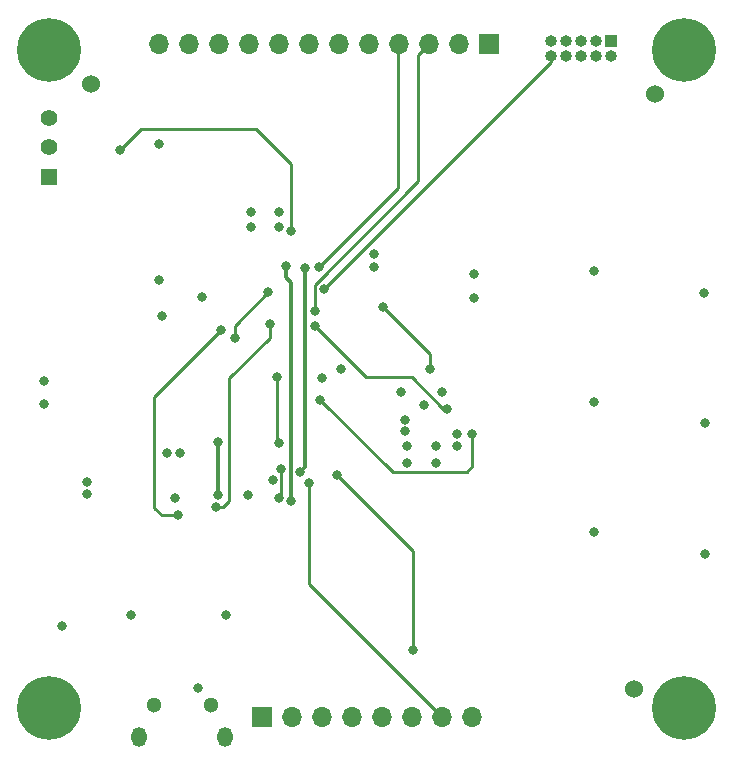
<source format=gbr>
%TF.GenerationSoftware,KiCad,Pcbnew,(5.1.9)-1*%
%TF.CreationDate,2021-05-17T17:29:26-07:00*%
%TF.ProjectId,dev_test_board_v1,6465765f-7465-4737-945f-626f6172645f,rev?*%
%TF.SameCoordinates,Original*%
%TF.FileFunction,Copper,L4,Bot*%
%TF.FilePolarity,Positive*%
%FSLAX46Y46*%
G04 Gerber Fmt 4.6, Leading zero omitted, Abs format (unit mm)*
G04 Created by KiCad (PCBNEW (5.1.9)-1) date 2021-05-17 17:29:26*
%MOMM*%
%LPD*%
G01*
G04 APERTURE LIST*
%TA.AperFunction,ComponentPad*%
%ADD10C,1.300000*%
%TD*%
%TA.AperFunction,ComponentPad*%
%ADD11O,1.300000X1.700000*%
%TD*%
%TA.AperFunction,WasherPad*%
%ADD12C,1.524000*%
%TD*%
%TA.AperFunction,ComponentPad*%
%ADD13R,1.400000X1.400000*%
%TD*%
%TA.AperFunction,ComponentPad*%
%ADD14C,1.400000*%
%TD*%
%TA.AperFunction,ComponentPad*%
%ADD15C,5.400000*%
%TD*%
%TA.AperFunction,ComponentPad*%
%ADD16C,0.800000*%
%TD*%
%TA.AperFunction,ComponentPad*%
%ADD17R,1.000000X1.000000*%
%TD*%
%TA.AperFunction,ComponentPad*%
%ADD18O,1.000000X1.000000*%
%TD*%
%TA.AperFunction,ComponentPad*%
%ADD19R,1.700000X1.700000*%
%TD*%
%TA.AperFunction,ComponentPad*%
%ADD20O,1.700000X1.700000*%
%TD*%
%TA.AperFunction,ViaPad*%
%ADD21C,0.800000*%
%TD*%
%TA.AperFunction,Conductor*%
%ADD22C,0.250000*%
%TD*%
%TA.AperFunction,Conductor*%
%ADD23C,0.300000*%
%TD*%
G04 APERTURE END LIST*
D10*
%TO.P,J1,7*%
%TO.N,N/C*%
X202575000Y-124500000D03*
%TO.P,J1,6*%
%TO.N,Net-(J1-Pad6)*%
X207425000Y-124500000D03*
D11*
%TO.P,J1,9*%
%TO.N,N/C*%
X201375000Y-127150000D03*
%TO.P,J1,8*%
X208625000Y-127150000D03*
%TD*%
D12*
%TO.P,REF\u002A\u002A,*%
%TO.N,*%
X243250000Y-123150000D03*
%TD*%
%TO.P,REF\u002A\u002A,*%
%TO.N,*%
X197300000Y-71850000D03*
%TD*%
%TO.P,REF\u002A\u002A,*%
%TO.N,*%
X197300000Y-71850000D03*
%TD*%
%TO.P,REF\u002A\u002A,*%
%TO.N,*%
X245000000Y-72750000D03*
%TD*%
D13*
%TO.P,SW1,1*%
%TO.N,+3V3*%
X193750000Y-79750000D03*
D14*
%TO.P,SW1,2*%
%TO.N,Net-(R5-Pad1)*%
X193750000Y-77250000D03*
%TO.P,SW1,3*%
%TO.N,GND*%
X193750000Y-74750000D03*
%TD*%
D15*
%TO.P,H1,1*%
%TO.N,GND*%
X247500000Y-69000000D03*
D16*
X249525000Y-69000000D03*
X248931891Y-70431891D03*
X247500000Y-71025000D03*
X246068109Y-70431891D03*
X245475000Y-69000000D03*
X246068109Y-67568109D03*
X247500000Y-66975000D03*
X248931891Y-67568109D03*
%TD*%
%TO.P,H2,1*%
%TO.N,GND*%
X195181891Y-67568109D03*
X193750000Y-66975000D03*
X192318109Y-67568109D03*
X191725000Y-69000000D03*
X192318109Y-70431891D03*
X193750000Y-71025000D03*
X195181891Y-70431891D03*
X195775000Y-69000000D03*
D15*
X193750000Y-69000000D03*
%TD*%
D16*
%TO.P,H3,1*%
%TO.N,GND*%
X195181891Y-123318109D03*
X193750000Y-122725000D03*
X192318109Y-123318109D03*
X191725000Y-124750000D03*
X192318109Y-126181891D03*
X193750000Y-126775000D03*
X195181891Y-126181891D03*
X195775000Y-124750000D03*
D15*
X193750000Y-124750000D03*
%TD*%
%TO.P,H4,1*%
%TO.N,GND*%
X247500000Y-124750000D03*
D16*
X249525000Y-124750000D03*
X248931891Y-126181891D03*
X247500000Y-126775000D03*
X246068109Y-126181891D03*
X245475000Y-124750000D03*
X246068109Y-123318109D03*
X247500000Y-122725000D03*
X248931891Y-123318109D03*
%TD*%
D17*
%TO.P,J2,1*%
%TO.N,+3V3*%
X241290000Y-68250000D03*
D18*
%TO.P,J2,2*%
%TO.N,Net-(J2-Pad2)*%
X241290000Y-69520000D03*
%TO.P,J2,3*%
%TO.N,GND*%
X240020000Y-68250000D03*
%TO.P,J2,4*%
%TO.N,SW_CLK*%
X240020000Y-69520000D03*
%TO.P,J2,5*%
%TO.N,GND*%
X238750000Y-68250000D03*
%TO.P,J2,6*%
%TO.N,Net-(J2-Pad6)*%
X238750000Y-69520000D03*
%TO.P,J2,7*%
%TO.N,Net-(J2-Pad7)*%
X237480000Y-68250000D03*
%TO.P,J2,8*%
%TO.N,Net-(J2-Pad8)*%
X237480000Y-69520000D03*
%TO.P,J2,9*%
%TO.N,GND*%
X236210000Y-68250000D03*
%TO.P,J2,10*%
%TO.N,NRST*%
X236210000Y-69520000D03*
%TD*%
D19*
%TO.P,J3,1*%
%TO.N,+3V3*%
X211750000Y-125500000D03*
D20*
%TO.P,J3,2*%
%TO.N,GND*%
X214290000Y-125500000D03*
%TO.P,J3,3*%
%TO.N,LCD_CS*%
X216830000Y-125500000D03*
%TO.P,J3,4*%
%TO.N,LCD_RST*%
X219370000Y-125500000D03*
%TO.P,J3,5*%
%TO.N,LCD_A0*%
X221910000Y-125500000D03*
%TO.P,J3,6*%
%TO.N,SPI1_MOSI*%
X224450000Y-125500000D03*
%TO.P,J3,7*%
%TO.N,SPI1_SCK*%
X226990000Y-125500000D03*
%TO.P,J3,8*%
%TO.N,LCD_LED*%
X229530000Y-125500000D03*
%TD*%
D19*
%TO.P,J4,1*%
%TO.N,+3V3*%
X231000000Y-68500000D03*
D20*
%TO.P,J4,2*%
%TO.N,GND*%
X228460000Y-68500000D03*
%TO.P,J4,3*%
%TO.N,LPUART1_RX*%
X225920000Y-68500000D03*
%TO.P,J4,4*%
%TO.N,LPUART1_TX*%
X223380000Y-68500000D03*
%TO.P,J4,5*%
%TO.N,GPIO8*%
X220840000Y-68500000D03*
%TO.P,J4,6*%
%TO.N,GPIO7*%
X218300000Y-68500000D03*
%TO.P,J4,7*%
%TO.N,GPIO6*%
X215760000Y-68500000D03*
%TO.P,J4,8*%
%TO.N,GPIO5*%
X213220000Y-68500000D03*
%TO.P,J4,9*%
%TO.N,GPIO4*%
X210680000Y-68500000D03*
%TO.P,J4,10*%
%TO.N,GPIO3*%
X208140000Y-68500000D03*
%TO.P,J4,11*%
%TO.N,GPIO2*%
X205600000Y-68500000D03*
%TO.P,J4,12*%
%TO.N,GPIO1*%
X203060000Y-68500000D03*
%TD*%
D21*
%TO.N,GND*%
X203000000Y-77000000D03*
X203000000Y-88500000D03*
X206650000Y-89950000D03*
X216800000Y-96750000D03*
X223850000Y-100300000D03*
X223850000Y-101300000D03*
X228300000Y-102500000D03*
X224000000Y-102500000D03*
X224000000Y-104000000D03*
X239900000Y-98850000D03*
X239900000Y-109850000D03*
X239900000Y-87750000D03*
X196900000Y-105550000D03*
X196900000Y-106600000D03*
X194800000Y-117750000D03*
X200650000Y-116850000D03*
X208700000Y-116850000D03*
X203700000Y-103150000D03*
X229700000Y-90000000D03*
X229700000Y-88000000D03*
X221250000Y-87350000D03*
X213200000Y-84000000D03*
X213200000Y-82750000D03*
X206300000Y-123000000D03*
X212650000Y-105400000D03*
X204400000Y-106900000D03*
%TO.N,+3V3*%
X204780000Y-103150000D03*
X210550000Y-106700000D03*
X249200000Y-89550000D03*
X249250000Y-100600000D03*
X249300000Y-111650000D03*
X228300000Y-101500000D03*
X226450000Y-104000000D03*
X223500000Y-98000000D03*
X227000000Y-98000000D03*
X225500000Y-99050000D03*
X193300000Y-97000000D03*
X193300000Y-99000000D03*
X218450000Y-96000000D03*
X203300000Y-91500000D03*
X226450000Y-102500000D03*
X221250000Y-86300000D03*
X210800000Y-82750000D03*
X210800000Y-84000000D03*
%TO.N,NRST*%
X217000000Y-89200000D03*
%TO.N,SPI1_SCK*%
X213000000Y-96700000D03*
X213200000Y-102300000D03*
X215700000Y-105700000D03*
%TO.N,SPI1_MOSI*%
X218100000Y-105000000D03*
X224500000Y-119800000D03*
%TO.N,LPUART1_RX*%
X216200000Y-91100000D03*
%TO.N,LPUART1_TX*%
X216600000Y-87400000D03*
X212300000Y-89500000D03*
X209450000Y-93400000D03*
%TO.N,LED_USB_RX*%
X208000000Y-106700000D03*
X208000000Y-102200000D03*
%TO.N,BOOT0*%
X214200000Y-84300000D03*
X199700000Y-77500000D03*
%TO.N,I2C1_SCL*%
X222000000Y-90750000D03*
X226000000Y-96000000D03*
%TO.N,USB_CBUS0*%
X204650000Y-108400000D03*
X208300000Y-92700000D03*
%TO.N,USB_CBUS3*%
X207900000Y-107700000D03*
X212400000Y-92200000D03*
%TO.N,ACC_INT1*%
X216200000Y-92400000D03*
X227400000Y-99400000D03*
%TO.N,ACC_INT2*%
X216700000Y-98600000D03*
X229550000Y-101500000D03*
%TO.N,USART2_TX*%
X215400000Y-87500000D03*
X215000000Y-104700000D03*
%TO.N,USART2_RX*%
X214200000Y-107200000D03*
X213750000Y-87300000D03*
%TO.N,Net-(U2-Pad2)*%
X213350000Y-104450000D03*
X213200000Y-106900000D03*
%TD*%
D22*
%TO.N,NRST*%
X236210000Y-69990000D02*
X236210000Y-69520000D01*
X217000000Y-89200000D02*
X236210000Y-69990000D01*
%TO.N,SPI1_SCK*%
X213000000Y-102100000D02*
X213200000Y-102300000D01*
X213000000Y-96700000D02*
X213000000Y-102100000D01*
X215700000Y-114210000D02*
X226990000Y-125500000D01*
X215700000Y-105700000D02*
X215700000Y-114210000D01*
%TO.N,SPI1_MOSI*%
X218100000Y-105000000D02*
X224500000Y-111400000D01*
X224500000Y-111400000D02*
X224500000Y-119800000D01*
%TO.N,LPUART1_RX*%
X225000000Y-69420000D02*
X225920000Y-68500000D01*
X225000000Y-80126998D02*
X225000000Y-69420000D01*
X216200000Y-88926998D02*
X225000000Y-80126998D01*
X216200000Y-91100000D02*
X216200000Y-88926998D01*
%TO.N,LPUART1_TX*%
X223300000Y-68580000D02*
X223380000Y-68500000D01*
X223300000Y-80700000D02*
X223300000Y-68580000D01*
X216600000Y-87400000D02*
X223300000Y-80700000D01*
X209450000Y-92350000D02*
X212300000Y-89500000D01*
X209450000Y-93400000D02*
X209450000Y-92350000D01*
D23*
%TO.N,LED_USB_RX*%
X208000000Y-106700000D02*
X208000000Y-102200000D01*
D22*
%TO.N,BOOT0*%
X201500000Y-75700000D02*
X199700000Y-77500000D01*
X211250000Y-75700000D02*
X201500000Y-75700000D01*
X214200000Y-78650000D02*
X211250000Y-75700000D01*
X214200000Y-84300000D02*
X214200000Y-78650000D01*
%TO.N,I2C1_SCL*%
X226000000Y-94750000D02*
X226000000Y-96000000D01*
X222000000Y-90750000D02*
X226000000Y-94750000D01*
%TO.N,USB_CBUS0*%
X204650000Y-108400000D02*
X203300000Y-108400000D01*
X203300000Y-108400000D02*
X202650000Y-107750000D01*
X202650000Y-98350000D02*
X208300000Y-92700000D01*
X202650000Y-107750000D02*
X202650000Y-98350000D01*
%TO.N,USB_CBUS3*%
X207900000Y-107700000D02*
X208465685Y-107700000D01*
X208465685Y-107700000D02*
X209000000Y-107165685D01*
X209000000Y-107165685D02*
X209000000Y-96800000D01*
X212400000Y-93400000D02*
X212400000Y-92200000D01*
X209000000Y-96800000D02*
X212400000Y-93400000D01*
%TO.N,ACC_INT1*%
X220525001Y-96725001D02*
X216200000Y-92400000D01*
X224425001Y-96725001D02*
X220525001Y-96725001D01*
X227100000Y-99400000D02*
X224425001Y-96725001D01*
X227400000Y-99400000D02*
X227100000Y-99400000D01*
%TO.N,ACC_INT2*%
X229550000Y-101500000D02*
X229550000Y-104250000D01*
X222825001Y-104725001D02*
X216700000Y-98600000D01*
X229074999Y-104725001D02*
X222825001Y-104725001D01*
X229550000Y-104250000D02*
X229074999Y-104725001D01*
D23*
%TO.N,USART2_TX*%
X215400000Y-87500000D02*
X215400000Y-103700000D01*
X215400000Y-103700000D02*
X215400000Y-104100000D01*
X215400000Y-104300000D02*
X215000000Y-104700000D01*
X215400000Y-104100000D02*
X215400000Y-104300000D01*
%TO.N,USART2_RX*%
X213750000Y-88250000D02*
X214200000Y-88700000D01*
X213750000Y-87300000D02*
X213750000Y-88250000D01*
X214200000Y-107200000D02*
X214200000Y-88700000D01*
D22*
%TO.N,Net-(U2-Pad2)*%
X213375001Y-106724999D02*
X213200000Y-106900000D01*
X213375001Y-104475001D02*
X213375001Y-106724999D01*
X213350000Y-104450000D02*
X213375001Y-104475001D01*
%TD*%
M02*

</source>
